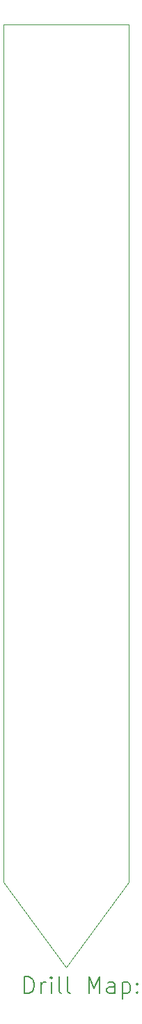
<source format=gbr>
%TF.GenerationSoftware,KiCad,Pcbnew,6.0.11-2627ca5db0~126~ubuntu20.04.1*%
%TF.CreationDate,2023-03-12T13:39:12+01:00*%
%TF.ProjectId,analog-moist-sensor,616e616c-6f67-42d6-9d6f-6973742d7365,rev?*%
%TF.SameCoordinates,Original*%
%TF.FileFunction,Drillmap*%
%TF.FilePolarity,Positive*%
%FSLAX45Y45*%
G04 Gerber Fmt 4.5, Leading zero omitted, Abs format (unit mm)*
G04 Created by KiCad (PCBNEW 6.0.11-2627ca5db0~126~ubuntu20.04.1) date 2023-03-12 13:39:12*
%MOMM*%
%LPD*%
G01*
G04 APERTURE LIST*
%ADD10C,0.100000*%
%ADD11C,0.200000*%
G04 APERTURE END LIST*
D10*
X9903200Y-2822529D02*
X11427200Y-2822529D01*
X9903200Y-3053529D02*
X9903200Y-2822529D01*
X11427200Y-3053529D02*
X11427200Y-2822529D01*
X11427200Y-3053529D02*
X11427200Y-3307529D01*
X9903200Y-3307529D02*
X9903200Y-3053529D01*
X11427200Y-7117529D02*
X11427200Y-13213529D01*
X9903200Y-13213529D02*
X9903200Y-7117529D01*
X10665200Y-14242229D02*
X11427200Y-13213529D01*
X9903200Y-13213529D02*
X10665200Y-14242229D01*
X11427200Y-3307529D02*
X11427200Y-7117529D01*
X9903200Y-7117529D02*
X9903200Y-3307529D01*
D11*
X10155819Y-14557705D02*
X10155819Y-14357705D01*
X10203438Y-14357705D01*
X10232010Y-14367229D01*
X10251057Y-14386276D01*
X10260581Y-14405324D01*
X10270105Y-14443419D01*
X10270105Y-14471990D01*
X10260581Y-14510086D01*
X10251057Y-14529133D01*
X10232010Y-14548181D01*
X10203438Y-14557705D01*
X10155819Y-14557705D01*
X10355819Y-14557705D02*
X10355819Y-14424371D01*
X10355819Y-14462467D02*
X10365343Y-14443419D01*
X10374867Y-14433895D01*
X10393914Y-14424371D01*
X10412962Y-14424371D01*
X10479629Y-14557705D02*
X10479629Y-14424371D01*
X10479629Y-14357705D02*
X10470105Y-14367229D01*
X10479629Y-14376752D01*
X10489152Y-14367229D01*
X10479629Y-14357705D01*
X10479629Y-14376752D01*
X10603438Y-14557705D02*
X10584390Y-14548181D01*
X10574867Y-14529133D01*
X10574867Y-14357705D01*
X10708200Y-14557705D02*
X10689152Y-14548181D01*
X10679629Y-14529133D01*
X10679629Y-14357705D01*
X10936771Y-14557705D02*
X10936771Y-14357705D01*
X11003438Y-14500562D01*
X11070105Y-14357705D01*
X11070105Y-14557705D01*
X11251057Y-14557705D02*
X11251057Y-14452943D01*
X11241533Y-14433895D01*
X11222486Y-14424371D01*
X11184390Y-14424371D01*
X11165343Y-14433895D01*
X11251057Y-14548181D02*
X11232009Y-14557705D01*
X11184390Y-14557705D01*
X11165343Y-14548181D01*
X11155819Y-14529133D01*
X11155819Y-14510086D01*
X11165343Y-14491038D01*
X11184390Y-14481514D01*
X11232009Y-14481514D01*
X11251057Y-14471990D01*
X11346295Y-14424371D02*
X11346295Y-14624371D01*
X11346295Y-14433895D02*
X11365343Y-14424371D01*
X11403438Y-14424371D01*
X11422486Y-14433895D01*
X11432009Y-14443419D01*
X11441533Y-14462467D01*
X11441533Y-14519609D01*
X11432009Y-14538657D01*
X11422486Y-14548181D01*
X11403438Y-14557705D01*
X11365343Y-14557705D01*
X11346295Y-14548181D01*
X11527248Y-14538657D02*
X11536771Y-14548181D01*
X11527248Y-14557705D01*
X11517724Y-14548181D01*
X11527248Y-14538657D01*
X11527248Y-14557705D01*
X11527248Y-14433895D02*
X11536771Y-14443419D01*
X11527248Y-14452943D01*
X11517724Y-14443419D01*
X11527248Y-14433895D01*
X11527248Y-14452943D01*
M02*

</source>
